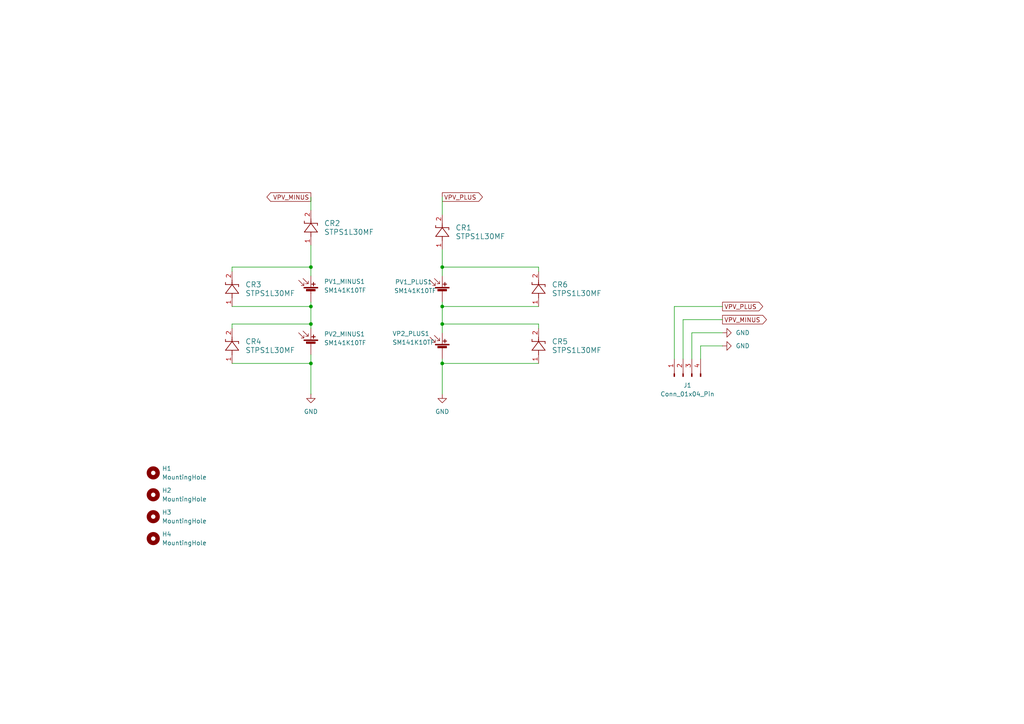
<source format=kicad_sch>
(kicad_sch (version 20250114) (generator "eeschema") (generator_version "9.0")
  (paper "A4")
  (title_block (title "1u SM141K10TF based pv panel") (date "2025-06-14") (rev "0.1") (company "Cubesat@MSU") (comment 1 "Nick Grabbs"))
  (lib_symbols
    (symbol "Connector:Conn_01x04_Pin" (pin_names (offset 1.016) (hide yes))
      (property "Reference" "J" (at 0 5.08 0))
      (property "Value" "Conn_01x04_Pin" (at 0 -7.62 0))
      (symbol "Conn_01x04_Pin_1_1"
        (rectangle (start 0.8636 2.667) (end 0 2.413) (stroke (width 0.1524)) (fill (type outline)))
        (rectangle (start 0.8636 0.127) (end 0 -0.127) (stroke (width 0.1524)) (fill (type outline)))
        (rectangle (start 0.8636 -2.413) (end 0 -2.667) (stroke (width 0.1524)) (fill (type outline)))
        (rectangle (start 0.8636 -4.953) (end 0 -5.207) (stroke (width 0.1524)) (fill (type outline)))
        (polyline (pts (xy 1.27 2.54) (xy 0.8636 2.54)) (stroke (width 0.1524)))
        (polyline (pts (xy 1.27 0) (xy 0.8636 0)) (stroke (width 0.1524)))
        (polyline (pts (xy 1.27 -2.54) (xy 0.8636 -2.54)) (stroke (width 0.1524)))
        (polyline (pts (xy 1.27 -5.08) (xy 0.8636 -5.08)) (stroke (width 0.1524)))
        (pin passive line (at 5.08 2.54 180) (length 3.81) (name "Pin_1") (number "1"))
        (pin passive line (at 5.08 0 180) (length 3.81) (name "Pin_2") (number "2"))
        (pin passive line (at 5.08 -2.54 180) (length 3.81) (name "Pin_3") (number "3"))
        (pin passive line (at 5.08 -5.08 180) (length 3.81) (name "Pin_4") (number "4"))
      )
    )
    (symbol "Device:Solar_Cell" (pin_numbers (hide yes)) (pin_names (offset 0) (hide yes))
      (property "Reference" "SC" (at 2.54 2.54 0))
      (property "Value" "Solar_Cell" (at 2.54 0 0))
      (symbol "Solar_Cell_0_1"
        (polyline (pts (xy -2.032 3.048) (xy -2.032 2.286) (xy -2.794 2.286)))
        (polyline (pts (xy -2.032 2.286) (xy -3.556 3.81)))
        (rectangle (start -2.032 1.778) (end 2.032 1.524) (fill (type outline)))
        (rectangle (start -1.3208 1.1938) (end 1.27 0.6858) (fill (type outline)))
        (polyline (pts (xy -0.762 3.556) (xy -0.762 2.794) (xy -1.524 2.794)))
        (polyline (pts (xy -0.762 2.794) (xy -2.286 4.318)))
        (polyline (pts (xy 0 1.778) (xy 0 2.54)))
        (polyline (pts (xy 0 0.762) (xy 0 0)))
        (polyline (pts (xy 0.254 2.667) (xy 1.27 2.667)) (stroke (width 0.254)))
        (polyline (pts (xy 0.762 3.175) (xy 0.762 2.159)) (stroke (width 0.254)))
      )
      (symbol "Solar_Cell_1_1"
        (pin passive line (at 0 5.08 270) (length 2.54) (name "+") (number "1"))
        (pin passive line (at 0 -2.54 90) (length 2.54) (name "-") (number "2"))
      )
    )
    (symbol "Mechanical:MountingHole" (pin_names (offset 1.016)) (exclude_from_sim yes) (in_bom no)
      (property "Reference" "H" (at 0 5.08 0))
      (property "Value" "MountingHole" (at 0 3.175 0))
      (symbol "MountingHole_0_1"
        (circle (center 0 0) (radius 1.27) (stroke (width 1.27)))
      )
    )
    (symbol "STPS1L40MF:STPS1L30MF" (pin_names (offset 0.254))
      (property "Reference" "CR" (at 5.08 4.445 0))
      (property "Value" "STPS1L30MF" (at 5.08 -3.81 0))
      (symbol "STPS1L30MF_0_1"
        (polyline (pts (xy 2.54 0) (xy 3.4798 0)) (stroke (width 0.2032)))
        (polyline (pts (xy 3.175 0) (xy 3.81 0)) (stroke (width 0.2032)))
        (polyline (pts (xy 3.7973 1.905) (xy 3.7973 -1.905)) (stroke (width 0.2032)))
        (polyline (pts (xy 3.7973 1.905) (xy 4.4323 1.905)) (stroke (width 0.2032)))
        (polyline (pts (xy 3.7973 0) (xy 6.3373 -1.905)) (stroke (width 0.2032)))
        (polyline (pts (xy 3.7973 -1.905) (xy 3.1623 -1.905)) (stroke (width 0.2032)))
        (polyline (pts (xy 6.3373 1.905) (xy 3.7973 0)) (stroke (width 0.2032)))
        (polyline (pts (xy 6.3373 -1.905) (xy 6.3373 1.905)) (stroke (width 0.2032)))
        (polyline (pts (xy 6.35 0) (xy 7.62 0)) (stroke (width 0.2032)))
        (pin unspecified line (at 0 0 0) (length 2.54) (name "") (number "2"))
        (pin unspecified line (at 10.16 0 180) (length 2.54) (name "") (number "1"))
      )
    )
    (symbol "power:GND" (power) (pin_numbers (hide yes)) (pin_names (offset 0) (hide yes))
      (property "Value" "GND" (at 0 -3.81 0))
      (symbol "GND_0_1"
        (polyline (pts (xy 0 0) (xy 0 -1.27) (xy 1.27 -1.27) (xy 0 -2.54) (xy -1.27 -1.27) (xy 0 -1.27)))
      )
      (symbol "GND_1_1"
        (pin power_in line (at 0 0 270) (length 0) (name "~") (number "1"))
      )
    )
  )
  (junction (at 90.17 88.9))
  (junction (at 90.17 105.41))
  (junction (at 128.27 77.47))
  (junction (at 128.27 93.98))
  (junction (at 90.17 93.98))
  (junction (at 128.27 105.41))
  (junction (at 90.17 77.47))
  (junction (at 128.27 88.9))
  (wire (pts (xy 203.2 104.14) (xy 203.2 100.33)))
  (wire (pts (xy 90.17 105.41) (xy 90.17 114.3)))
  (wire (pts (xy 90.17 87.63) (xy 90.17 88.9)))
  (wire (pts (xy 200.66 104.14) (xy 200.66 96.52)))
  (wire (pts (xy 90.17 105.41) (xy 90.17 102.87)))
  (wire (pts (xy 128.27 105.41) (xy 128.27 114.3)))
  (wire (pts (xy 90.17 71.12) (xy 90.17 77.47)))
  (wire (pts (xy 198.12 104.14) (xy 198.12 92.71)))
  (wire (pts (xy 67.31 93.98) (xy 90.17 93.98)))
  (wire (pts (xy 195.58 104.14) (xy 195.58 88.9)))
  (wire (pts (xy 67.31 105.41) (xy 90.17 105.41)))
  (wire (pts (xy 156.21 77.47) (xy 128.27 77.47)))
  (wire (pts (xy 67.31 77.47) (xy 90.17 77.47)))
  (wire (pts (xy 128.27 77.47) (xy 128.27 80.01)))
  (wire (pts (xy 200.66 96.52) (xy 209.55 96.52)))
  (wire (pts (xy 128.27 88.9) (xy 128.27 93.98)))
  (wire (pts (xy 128.27 93.98) (xy 156.21 93.98)))
  (wire (pts (xy 128.27 93.98) (xy 128.27 96.52)))
  (wire (pts (xy 156.21 77.47) (xy 156.21 78.74)))
  (wire (pts (xy 90.17 57.15) (xy 90.17 60.96)))
  (wire (pts (xy 67.31 93.98) (xy 67.31 95.25)))
  (wire (pts (xy 195.58 88.9) (xy 209.55 88.9)))
  (wire (pts (xy 90.17 88.9) (xy 90.17 93.98)))
  (wire (pts (xy 198.12 92.71) (xy 209.55 92.71)))
  (wire (pts (xy 156.21 93.98) (xy 156.21 95.25)))
  (wire (pts (xy 67.31 77.47) (xy 67.31 78.74)))
  (wire (pts (xy 128.27 57.15) (xy 128.27 62.23)))
  (wire (pts (xy 128.27 77.47) (xy 128.27 72.39)))
  (wire (pts (xy 90.17 77.47) (xy 90.17 80.01)))
  (wire (pts (xy 90.17 93.98) (xy 90.17 95.25)))
  (wire (pts (xy 203.2 100.33) (xy 209.55 100.33)))
  (wire (pts (xy 128.27 88.9) (xy 156.21 88.9)))
  (wire (pts (xy 128.27 105.41) (xy 156.21 105.41)))
  (wire (pts (xy 128.27 104.14) (xy 128.27 105.41)))
  (wire (pts (xy 128.27 87.63) (xy 128.27 88.9)))
  (wire (pts (xy 67.31 88.9) (xy 90.17 88.9)))
  (global_label "VPV_MINUS" (shape output) (at 90.17 57.15 180) (property "Intersheetrefs" "${INTERSHEET_REFS}" (effects (hide yes))))
  (global_label "VPV_PLUS" (shape output) (at 128.27 57.15 0) (property "Intersheetrefs" "${INTERSHEET_REFS}" (effects (hide yes))))
  (global_label "VPV_PLUS" (shape output) (at 209.55 88.9 0) (property "Intersheetrefs" "${INTERSHEET_REFS}" (effects (hide yes))))
  (global_label "VPV_MINUS" (shape output) (at 209.55 92.71 0) (property "Intersheetrefs" "${INTERSHEET_REFS}" (effects (hide yes))))
  (symbol (lib_id "Device:Solar_Cell") (at 128.27 85.09 0) (unit 1)
    (property "Reference" "PV1_PLUS1" (at 114.554 81.788 0) (effects (justify left)))
    (property "Value" "SM141K10TF" (at 114.3 84.328 0) (effects (justify left)))
    (property "Footprint" "SM141K10TF:Untitled" (effects (hide yes)))
    (property "Description" "Single solar cell" (effects (hide yes)))
  )
  (symbol (lib_id "STPS1L40MF:STPS1L30MF") (at 156.21 95.25 270) (unit 1)
    (property "Reference" "CR5" (at 160.02 99.0599 90) (effects (font (size 1.524 1.524)) (justify left)))
    (property "Value" "STPS1L30MF" (at 160.02 101.5999 90) (effects (font (size 1.524 1.524)) (justify left)))
    (property "Footprint" "STPS1L40MF:STMITEFLAT_STM" (effects (hide yes)))
    (property "Datasheet" "STPS1L30MF" (effects (hide yes)))
  )
  (symbol (lib_id "Device:Solar_Cell") (at 90.17 85.09 0) (unit 1)
    (property "Reference" "PV1_MINUS1" (at 93.98 81.6609 0) (effects (justify left)))
    (property "Value" "SM141K10TF" (at 93.98 84.2009 0) (effects (justify left)))
    (property "Footprint" "SM141K10TF:Untitled" (effects (hide yes)))
    (property "Description" "Single solar cell" (effects (hide yes)))
  )
  (symbol (lib_id "power:GND") (at 209.55 100.33 90) (unit 1)
    (property "Reference" "#PWR03" (effects (hide yes)))
    (property "Value" "GND" (at 213.36 100.3299 90) (effects (justify right)))
    (property "Description" "Power symbol creates a global label with name \"GND\" , ground" (effects (hide yes)))
  )
  (symbol (lib_id "Mechanical:MountingHole") (at 44.45 143.51 0) (unit 1) (exclude_from_sim yes) (in_bom no)
    (property "Reference" "H2" (at 46.99 142.2399 0) (effects (justify left)))
    (property "Value" "MountingHole" (at 46.99 144.7799 0) (effects (justify left)))
    (property "Footprint" "MountingHole:MountingHole_3.2mm_M3_Pad_Via" (effects (hide yes)))
    (property "Description" "Mounting Hole without connection" (effects (hide yes)))
  )
  (symbol (lib_id "power:GND") (at 90.17 114.3 0) (unit 1)
    (property "Reference" "#PWR02" (effects (hide yes)))
    (property "Value" "GND" (at 90.17 119.38 0))
    (property "Description" "Power symbol creates a global label with name \"GND\" , ground" (effects (hide yes)))
  )
  (symbol (lib_id "power:GND") (at 128.27 114.3 0) (unit 1)
    (property "Reference" "#PWR01" (effects (hide yes)))
    (property "Value" "GND" (at 128.27 119.38 0))
    (property "Description" "Power symbol creates a global label with name \"GND\" , ground" (effects (hide yes)))
  )
  (symbol (lib_id "Connector:Conn_01x04_Pin") (at 198.12 109.22 90) (unit 1)
    (property "Reference" "J1" (at 199.39 111.76 90))
    (property "Value" "Conn_01x04_Pin" (at 199.39 114.3 90))
    (property "Footprint" "Connector_Molex:Molex_PicoBlade_53261-0471_1x04-1MP_P1.25mm_Horizontal" (effects (hide yes)))
    (property "Description" "Generic connector, single row, 01x04, script generated" (effects (hide yes)))
  )
  (symbol (lib_id "Device:Solar_Cell") (at 90.17 100.33 0) (unit 1)
    (property "Reference" "PV2_MINUS1" (at 93.98 96.9009 0) (effects (justify left)))
    (property "Value" "SM141K10TF" (at 93.98 99.4409 0) (effects (justify left)))
    (property "Footprint" "SM141K10TF:Untitled" (effects (hide yes)))
    (property "Description" "Single solar cell" (effects (hide yes)))
  )
  (symbol (lib_id "Mechanical:MountingHole") (at 44.45 156.21 0) (unit 1) (exclude_from_sim yes) (in_bom no)
    (property "Reference" "H4" (at 46.99 154.9399 0) (effects (justify left)))
    (property "Value" "MountingHole" (at 46.99 157.4799 0) (effects (justify left)))
    (property "Footprint" "MountingHole:MountingHole_3.2mm_M3_Pad_Via" (effects (hide yes)))
    (property "Description" "Mounting Hole without connection" (effects (hide yes)))
  )
  (symbol (lib_id "STPS1L40MF:STPS1L30MF") (at 67.31 78.74 270) (unit 1)
    (property "Reference" "CR3" (at 71.12 82.5499 90) (effects (font (size 1.524 1.524)) (justify left)))
    (property "Value" "STPS1L30MF" (at 71.12 85.0899 90) (effects (font (size 1.524 1.524)) (justify left)))
    (property "Footprint" "STPS1L40MF:STMITEFLAT_STM" (effects (hide yes)))
    (property "Datasheet" "STPS1L30MF" (effects (hide yes)))
  )
  (symbol (lib_id "Mechanical:MountingHole") (at 44.45 149.86 0) (unit 1) (exclude_from_sim yes) (in_bom no)
    (property "Reference" "H3" (at 46.99 148.5899 0) (effects (justify left)))
    (property "Value" "MountingHole" (at 46.99 151.1299 0) (effects (justify left)))
    (property "Footprint" "MountingHole:MountingHole_3.2mm_M3_Pad_Via" (effects (hide yes)))
    (property "Description" "Mounting Hole without connection" (effects (hide yes)))
  )
  (symbol (lib_id "STPS1L40MF:STPS1L30MF") (at 90.17 60.96 270) (unit 1)
    (property "Reference" "CR2" (at 93.98 64.7699 90) (effects (font (size 1.524 1.524)) (justify left)))
    (property "Value" "STPS1L30MF" (at 93.98 67.3099 90) (effects (font (size 1.524 1.524)) (justify left)))
    (property "Footprint" "STPS1L40MF:STMITEFLAT_STM" (effects (hide yes)))
    (property "Datasheet" "STPS1L30MF" (effects (hide yes)))
  )
  (symbol (lib_id "STPS1L40MF:STPS1L30MF") (at 156.21 78.74 270) (unit 1)
    (property "Reference" "CR6" (at 160.02 82.5499 90) (effects (font (size 1.524 1.524)) (justify left)))
    (property "Value" "STPS1L30MF" (at 160.02 85.0899 90) (effects (font (size 1.524 1.524)) (justify left)))
    (property "Footprint" "STPS1L40MF:STMITEFLAT_STM" (effects (hide yes)))
    (property "Datasheet" "STPS1L30MF" (effects (hide yes)))
  )
  (symbol (lib_id "STPS1L40MF:STPS1L30MF") (at 67.31 95.25 270) (unit 1)
    (property "Reference" "CR4" (at 71.12 99.0599 90) (effects (font (size 1.524 1.524)) (justify left)))
    (property "Value" "STPS1L30MF" (at 71.12 101.5999 90) (effects (font (size 1.524 1.524)) (justify left)))
    (property "Footprint" "STPS1L40MF:STMITEFLAT_STM" (effects (hide yes)))
    (property "Datasheet" "STPS1L30MF" (effects (hide yes)))
  )
  (symbol (lib_id "STPS1L40MF:STPS1L30MF") (at 128.27 62.23 270) (unit 1)
    (property "Reference" "CR1" (at 132.08 66.0399 90) (effects (font (size 1.524 1.524)) (justify left)))
    (property "Value" "STPS1L30MF" (at 132.08 68.5799 90) (effects (font (size 1.524 1.524)) (justify left)))
    (property "Footprint" "STPS1L40MF:STMITEFLAT_STM" (effects (hide yes)))
    (property "Datasheet" "STPS1L30MF" (effects (hide yes)))
  )
  (symbol (lib_id "Device:Solar_Cell") (at 128.27 101.6 0) (unit 1)
    (property "Reference" "VP2_PLUS1" (at 113.792 96.774 0) (effects (justify left)))
    (property "Value" "SM141K10TF" (at 113.792 99.314 0) (effects (justify left)))
    (property "Footprint" "SM141K10TF:Untitled" (effects (hide yes)))
    (property "Description" "Single solar cell" (effects (hide yes)))
  )
  (symbol (lib_id "Mechanical:MountingHole") (at 44.45 137.16 0) (unit 1) (exclude_from_sim yes) (in_bom no)
    (property "Reference" "H1" (at 46.99 135.8899 0) (effects (justify left)))
    (property "Value" "MountingHole" (at 46.99 138.4299 0) (effects (justify left)))
    (property "Footprint" "MountingHole:MountingHole_3.2mm_M3_Pad_Via" (effects (hide yes)))
    (property "Description" "Mounting Hole without connection" (effects (hide yes)))
  )
  (symbol (lib_id "power:GND") (at 209.55 96.52 90) (unit 1)
    (property "Reference" "#PWR04" (effects (hide yes)))
    (property "Value" "GND" (at 213.36 96.5199 90) (effects (justify right)))
    (property "Description" "Power symbol creates a global label with name \"GND\" , ground" (effects (hide yes)))
  )
)
</source>
